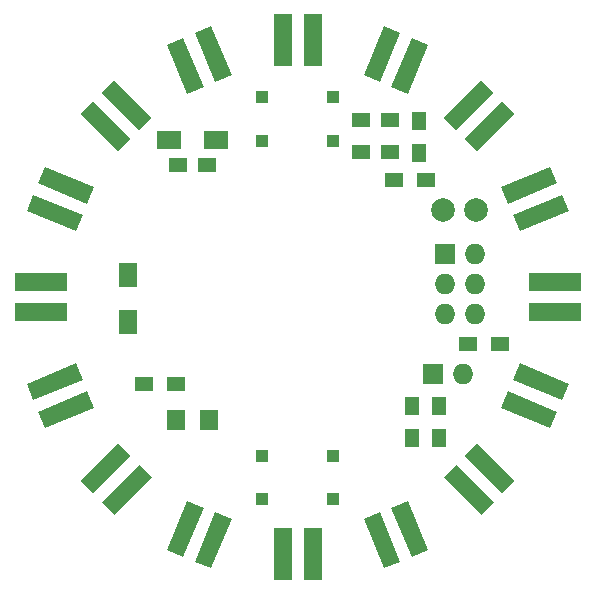
<source format=gts>
G04 #@! TF.FileFunction,Soldermask,Top*
%FSLAX46Y46*%
G04 Gerber Fmt 4.6, Leading zero omitted, Abs format (unit mm)*
G04 Created by KiCad (PCBNEW (2015-06-11 BZR 5731)-product) date Sun 19 Jul 2015 11:24:49 PM CEST*
%MOMM*%
G01*
G04 APERTURE LIST*
%ADD10C,0.100000*%
%ADD11R,2.000000X1.600000*%
%ADD12R,1.500000X1.250000*%
%ADD13R,1.727200X1.727200*%
%ADD14O,1.727200X1.727200*%
%ADD15C,1.998980*%
%ADD16R,1.500000X1.300000*%
%ADD17R,1.300000X1.500000*%
%ADD18R,1.000760X1.000760*%
%ADD19R,1.597660X1.800860*%
%ADD20R,1.600000X2.000000*%
%ADD21R,1.500000X4.500000*%
%ADD22R,4.500000X1.500000*%
G04 APERTURE END LIST*
D10*
D11*
X105600000Y-68675000D03*
X101600000Y-68675000D03*
D12*
X104850000Y-70834000D03*
X102350000Y-70834000D03*
X120344000Y-69691000D03*
X117844000Y-69691000D03*
X120344000Y-67024000D03*
X117844000Y-67024000D03*
D13*
X123920000Y-88487000D03*
D14*
X126460000Y-88487000D03*
D13*
X124936000Y-78327000D03*
D14*
X127476000Y-78327000D03*
X124936000Y-80867000D03*
X127476000Y-80867000D03*
X124936000Y-83407000D03*
X127476000Y-83407000D03*
D15*
X124809000Y-74644000D03*
X127603000Y-74644000D03*
D16*
X102156000Y-89376000D03*
X99456000Y-89376000D03*
D17*
X124428000Y-93901000D03*
X124428000Y-91201000D03*
X122142000Y-91201000D03*
X122142000Y-93901000D03*
D16*
X123365000Y-72104000D03*
X120665000Y-72104000D03*
D17*
X122777000Y-67071000D03*
X122777000Y-69771000D03*
D18*
X109490260Y-95400880D03*
X115489740Y-99099120D03*
X109490260Y-99099120D03*
X115489740Y-95400880D03*
X109490260Y-65047880D03*
X115489740Y-68746120D03*
X109490260Y-68746120D03*
X115489740Y-65047880D03*
D19*
X105019860Y-92424000D03*
X102180140Y-92424000D03*
D20*
X98139000Y-84137000D03*
X98139000Y-80137000D03*
D16*
X129588000Y-85947000D03*
X126888000Y-85947000D03*
D10*
G36*
X131278671Y-76413910D02*
X130704645Y-75028091D01*
X134862103Y-73306016D01*
X135436129Y-74691835D01*
X131278671Y-76413910D01*
X131278671Y-76413910D01*
G37*
G36*
X130306655Y-74067256D02*
X129732629Y-72681437D01*
X133890087Y-70959362D01*
X134464113Y-72345181D01*
X130306655Y-74067256D01*
X130306655Y-74067256D01*
G37*
G36*
X127706938Y-69649773D02*
X126646278Y-68589113D01*
X129828258Y-65407133D01*
X130888918Y-66467793D01*
X127706938Y-69649773D01*
X127706938Y-69649773D01*
G37*
G36*
X125910887Y-67853722D02*
X124850227Y-66793062D01*
X128032207Y-63611082D01*
X129092867Y-64671742D01*
X125910887Y-67853722D01*
X125910887Y-67853722D01*
G37*
G36*
X121818563Y-64767371D02*
X120432744Y-64193345D01*
X122154819Y-60035887D01*
X123540638Y-60609913D01*
X121818563Y-64767371D01*
X121818563Y-64767371D01*
G37*
G36*
X119471909Y-63795355D02*
X118086090Y-63221329D01*
X119808165Y-59063871D01*
X121193984Y-59637897D01*
X119471909Y-63795355D01*
X119471909Y-63795355D01*
G37*
D21*
X113760000Y-60260000D03*
X111220000Y-60260000D03*
D10*
G36*
X106893910Y-63221329D02*
X105508091Y-63795355D01*
X103786016Y-59637897D01*
X105171835Y-59063871D01*
X106893910Y-63221329D01*
X106893910Y-63221329D01*
G37*
G36*
X104547256Y-64193345D02*
X103161437Y-64767371D01*
X101439362Y-60609913D01*
X102825181Y-60035887D01*
X104547256Y-64193345D01*
X104547256Y-64193345D01*
G37*
G36*
X100129773Y-66793062D02*
X99069113Y-67853722D01*
X95887133Y-64671742D01*
X96947793Y-63611082D01*
X100129773Y-66793062D01*
X100129773Y-66793062D01*
G37*
G36*
X98333722Y-68589113D02*
X97273062Y-69649773D01*
X94091082Y-66467793D01*
X95151742Y-65407133D01*
X98333722Y-68589113D01*
X98333722Y-68589113D01*
G37*
G36*
X95247371Y-72681437D02*
X94673345Y-74067256D01*
X90515887Y-72345181D01*
X91089913Y-70959362D01*
X95247371Y-72681437D01*
X95247371Y-72681437D01*
G37*
G36*
X94275355Y-75028091D02*
X93701329Y-76413910D01*
X89543871Y-74691835D01*
X90117897Y-73306016D01*
X94275355Y-75028091D01*
X94275355Y-75028091D01*
G37*
D22*
X90740000Y-80740000D03*
X90740000Y-83280000D03*
D10*
G36*
X93701329Y-87606090D02*
X94275355Y-88991909D01*
X90117897Y-90713984D01*
X89543871Y-89328165D01*
X93701329Y-87606090D01*
X93701329Y-87606090D01*
G37*
G36*
X94673345Y-89952744D02*
X95247371Y-91338563D01*
X91089913Y-93060638D01*
X90515887Y-91674819D01*
X94673345Y-89952744D01*
X94673345Y-89952744D01*
G37*
G36*
X97273062Y-94370227D02*
X98333722Y-95430887D01*
X95151742Y-98612867D01*
X94091082Y-97552207D01*
X97273062Y-94370227D01*
X97273062Y-94370227D01*
G37*
G36*
X99069113Y-96166278D02*
X100129773Y-97226938D01*
X96947793Y-100408918D01*
X95887133Y-99348258D01*
X99069113Y-96166278D01*
X99069113Y-96166278D01*
G37*
G36*
X103161437Y-99252629D02*
X104547256Y-99826655D01*
X102825181Y-103984113D01*
X101439362Y-103410087D01*
X103161437Y-99252629D01*
X103161437Y-99252629D01*
G37*
G36*
X105508091Y-100224645D02*
X106893910Y-100798671D01*
X105171835Y-104956129D01*
X103786016Y-104382103D01*
X105508091Y-100224645D01*
X105508091Y-100224645D01*
G37*
D21*
X111220000Y-103760000D03*
X113760000Y-103760000D03*
D10*
G36*
X118086090Y-100798671D02*
X119471909Y-100224645D01*
X121193984Y-104382103D01*
X119808165Y-104956129D01*
X118086090Y-100798671D01*
X118086090Y-100798671D01*
G37*
G36*
X120432744Y-99826655D02*
X121818563Y-99252629D01*
X123540638Y-103410087D01*
X122154819Y-103984113D01*
X120432744Y-99826655D01*
X120432744Y-99826655D01*
G37*
G36*
X124850227Y-97226938D02*
X125910887Y-96166278D01*
X129092867Y-99348258D01*
X128032207Y-100408918D01*
X124850227Y-97226938D01*
X124850227Y-97226938D01*
G37*
G36*
X126646278Y-95430887D02*
X127706938Y-94370227D01*
X130888918Y-97552207D01*
X129828258Y-98612867D01*
X126646278Y-95430887D01*
X126646278Y-95430887D01*
G37*
G36*
X129732629Y-91338563D02*
X130306655Y-89952744D01*
X134464113Y-91674819D01*
X133890087Y-93060638D01*
X129732629Y-91338563D01*
X129732629Y-91338563D01*
G37*
G36*
X130704645Y-88991909D02*
X131278671Y-87606090D01*
X135436129Y-89328165D01*
X134862103Y-90713984D01*
X130704645Y-88991909D01*
X130704645Y-88991909D01*
G37*
D22*
X134240000Y-83280000D03*
X134240000Y-80740000D03*
M02*

</source>
